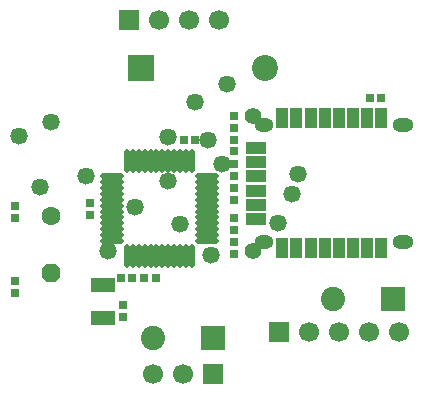
<source format=gbs>
G04 Layer_Color=16711935*
%FSLAX42Y42*%
%MOMM*%
G71*
G01*
G75*
%ADD41R,0.80X0.70*%
%ADD42R,0.70X0.80*%
%ADD45C,2.05*%
%ADD46R,2.05X2.05*%
%ADD47P,1.74X8X112.5*%
%ADD48C,1.60*%
%ADD49C,2.20*%
%ADD50R,2.20X2.20*%
%ADD51C,1.70*%
%ADD52R,1.70X1.70*%
%ADD53C,1.47*%
%ADD54R,2.00X1.20*%
%ADD55O,0.50X2.00*%
%ADD56O,2.00X0.50*%
%ADD57C,1.40*%
%ADD58R,1.00X1.70*%
%ADD59R,1.70X1.00*%
%ADD60O,1.80X1.20*%
%ADD61O,1.60X1.20*%
D41*
X3225Y2642D02*
D03*
X3125D02*
D03*
X1219Y1118D02*
D03*
X1319D02*
D03*
X1017D02*
D03*
X1117D02*
D03*
X1650Y2286D02*
D03*
X1550D02*
D03*
D42*
X762Y1652D02*
D03*
Y1752D02*
D03*
X1981Y1321D02*
D03*
Y1421D02*
D03*
X1041Y788D02*
D03*
Y888D02*
D03*
X127Y1726D02*
D03*
Y1626D02*
D03*
Y991D02*
D03*
Y1091D02*
D03*
X1981Y2082D02*
D03*
Y1982D02*
D03*
Y2487D02*
D03*
Y2387D02*
D03*
Y1624D02*
D03*
Y1524D02*
D03*
Y1778D02*
D03*
Y1878D02*
D03*
Y2186D02*
D03*
Y2286D02*
D03*
D45*
X1295Y610D02*
D03*
X2819Y940D02*
D03*
D46*
X1803Y610D02*
D03*
X3327Y940D02*
D03*
D47*
X432Y1153D02*
D03*
D48*
Y1641D02*
D03*
D49*
X2240Y2896D02*
D03*
D50*
X1194D02*
D03*
D51*
X1854Y3302D02*
D03*
X1600D02*
D03*
X1346D02*
D03*
X1549Y305D02*
D03*
X1295D02*
D03*
X3374Y660D02*
D03*
X3120D02*
D03*
X2866D02*
D03*
X2612D02*
D03*
D52*
X1092Y3302D02*
D03*
X1803Y305D02*
D03*
X2358Y660D02*
D03*
D53*
X1918Y2761D02*
D03*
X914Y1339D02*
D03*
X1875Y2080D02*
D03*
X1783Y1306D02*
D03*
X724Y1977D02*
D03*
X1136Y1712D02*
D03*
X1521Y1573D02*
D03*
X2517Y1994D02*
D03*
X2466Y1824D02*
D03*
X1420Y2311D02*
D03*
X1643Y2603D02*
D03*
X155Y2316D02*
D03*
X2347Y1580D02*
D03*
X1415Y1933D02*
D03*
X1753Y2281D02*
D03*
X424Y2438D02*
D03*
X338Y1882D02*
D03*
D54*
X864Y775D02*
D03*
Y1054D02*
D03*
D55*
X1071Y1297D02*
D03*
X1121D02*
D03*
X1171D02*
D03*
X1221D02*
D03*
X1271D02*
D03*
X1321D02*
D03*
X1371D02*
D03*
X1421D02*
D03*
X1471D02*
D03*
X1521D02*
D03*
X1571D02*
D03*
X1621D02*
D03*
Y2107D02*
D03*
X1571D02*
D03*
X1521D02*
D03*
X1471D02*
D03*
X1421D02*
D03*
X1371D02*
D03*
X1321D02*
D03*
X1271D02*
D03*
X1221D02*
D03*
X1171D02*
D03*
X1121D02*
D03*
X1071D02*
D03*
D56*
X1751Y1427D02*
D03*
Y1477D02*
D03*
Y1527D02*
D03*
Y1577D02*
D03*
Y1627D02*
D03*
Y1677D02*
D03*
Y1727D02*
D03*
Y1777D02*
D03*
Y1827D02*
D03*
Y1877D02*
D03*
Y1927D02*
D03*
Y1977D02*
D03*
X941D02*
D03*
Y1927D02*
D03*
Y1877D02*
D03*
Y1827D02*
D03*
Y1777D02*
D03*
Y1727D02*
D03*
Y1677D02*
D03*
Y1627D02*
D03*
Y1577D02*
D03*
Y1527D02*
D03*
Y1477D02*
D03*
Y1427D02*
D03*
D57*
X2135Y2490D02*
D03*
Y1340D02*
D03*
D58*
X2385Y1365D02*
D03*
X2505D02*
D03*
X2625D02*
D03*
X2745D02*
D03*
X2865D02*
D03*
X2985D02*
D03*
X3105D02*
D03*
X3225D02*
D03*
Y2465D02*
D03*
X3105D02*
D03*
X2985D02*
D03*
X2865D02*
D03*
X2745D02*
D03*
X2625D02*
D03*
X2505D02*
D03*
X2385D02*
D03*
D59*
X2160Y1615D02*
D03*
Y1735D02*
D03*
Y1855D02*
D03*
Y1975D02*
D03*
Y2095D02*
D03*
Y2215D02*
D03*
D60*
X3405Y1420D02*
D03*
Y2410D02*
D03*
D61*
X2235Y1420D02*
D03*
Y2410D02*
D03*
M02*

</source>
